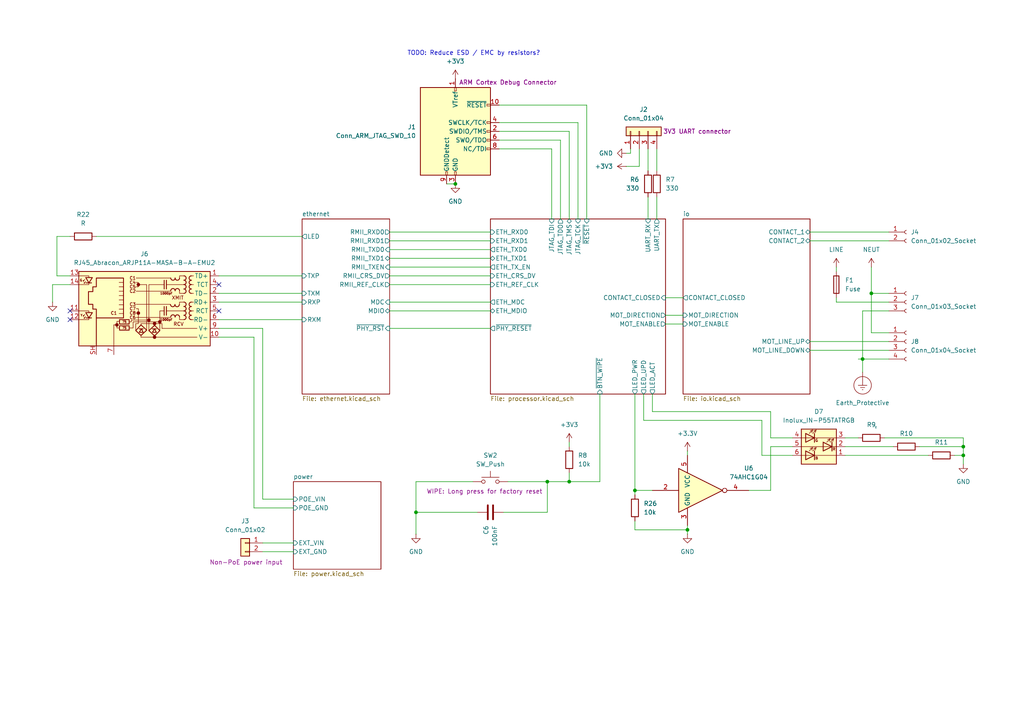
<source format=kicad_sch>
(kicad_sch (version 20250114) (generator "eeschema") (generator_version "9.0")
  (paper "A4")
  (title_block (title "iot-contact"))
  (lib_symbols
    (symbol "74xGxx:74AHC1G04"
      (property "Reference" "U" (at -2.54 3.81 0))
      (property "Value" "74AHC1G04" (at 0 -3.81 0))
      (symbol "74AHC1G04_0_1"
        (polyline (pts (xy -7.62 6.35) (xy -7.62 -6.35) (xy 5.08 0) (xy -7.62 6.35)) (stroke (width 0.254)) (fill (type background)))
      )
      (symbol "74AHC1G04_1_1"
        (pin input line (at -15.24 0 0) (length 7.62) (name "~") (number "2"))
        (pin power_in line (at -5.08 10.16 270) (length 5.08) (name "VCC") (number "5"))
        (pin power_in line (at -5.08 -10.16 90) (length 5.08) (name "GND") (number "3"))
        (pin output inverted (at 12.7 0 180) (length 7.62) (name "~") (number "4"))
      )
    )
    (symbol "Connector:Conn_01x02_Socket" (pin_names (offset 1.016) (hide yes))
      (property "Reference" "J" (at 0 2.54 0))
      (property "Value" "Conn_01x02_Socket" (at 0 -5.08 0))
      (symbol "Conn_01x02_Socket_1_1"
        (polyline (pts (xy -1.27 0) (xy -0.508 0)) (stroke (width 0.1524)))
        (polyline (pts (xy -1.27 -2.54) (xy -0.508 -2.54)) (stroke (width 0.1524)))
        (arc (start 0 -0.508) (mid -0.5058 0) (end 0 0.508) (stroke (width 0.1524)))
        (arc (start 0 -3.048) (mid -0.5058 -2.54) (end 0 -2.032) (stroke (width 0.1524)))
        (pin passive line (at -5.08 0 0) (length 3.81) (name "Pin_1") (number "1"))
        (pin passive line (at -5.08 -2.54 0) (length 3.81) (name "Pin_2") (number "2"))
      )
    )
    (symbol "Connector:Conn_01x03_Socket" (pin_names (offset 1.016) (hide yes))
      (property "Reference" "J" (at 0 5.08 0))
      (property "Value" "Conn_01x03_Socket" (at 0 -5.08 0))
      (symbol "Conn_01x03_Socket_1_1"
        (polyline (pts (xy -1.27 2.54) (xy -0.508 2.54)) (stroke (width 0.1524)))
        (polyline (pts (xy -1.27 0) (xy -0.508 0)) (stroke (width 0.1524)))
        (polyline (pts (xy -1.27 -2.54) (xy -0.508 -2.54)) (stroke (width 0.1524)))
        (arc (start 0 2.032) (mid -0.5058 2.54) (end 0 3.048) (stroke (width 0.1524)))
        (arc (start 0 -0.508) (mid -0.5058 0) (end 0 0.508) (stroke (width 0.1524)))
        (arc (start 0 -3.048) (mid -0.5058 -2.54) (end 0 -2.032) (stroke (width 0.1524)))
        (pin passive line (at -5.08 2.54 0) (length 3.81) (name "Pin_1") (number "1"))
        (pin passive line (at -5.08 0 0) (length 3.81) (name "Pin_2") (number "2"))
        (pin passive line (at -5.08 -2.54 0) (length 3.81) (name "Pin_3") (number "3"))
      )
    )
    (symbol "Connector:Conn_01x04_Socket" (pin_names (offset 1.016) (hide yes))
      (property "Reference" "J" (at 0 5.08 0))
      (property "Value" "Conn_01x04_Socket" (at 0 -7.62 0))
      (symbol "Conn_01x04_Socket_1_1"
        (polyline (pts (xy -1.27 2.54) (xy -0.508 2.54)) (stroke (width 0.1524)))
        (polyline (pts (xy -1.27 0) (xy -0.508 0)) (stroke (width 0.1524)))
        (polyline (pts (xy -1.27 -2.54) (xy -0.508 -2.54)) (stroke (width 0.1524)))
        (polyline (pts (xy -1.27 -5.08) (xy -0.508 -5.08)) (stroke (width 0.1524)))
        (arc (start 0 2.032) (mid -0.5058 2.54) (end 0 3.048) (stroke (width 0.1524)))
        (arc (start 0 -0.508) (mid -0.5058 0) (end 0 0.508) (stroke (width 0.1524)))
        (arc (start 0 -3.048) (mid -0.5058 -2.54) (end 0 -2.032) (stroke (width 0.1524)))
        (arc (start 0 -5.588) (mid -0.5058 -5.08) (end 0 -4.572) (stroke (width 0.1524)))
        (pin passive line (at -5.08 2.54 0) (length 3.81) (name "Pin_1") (number "1"))
        (pin passive line (at -5.08 0 0) (length 3.81) (name "Pin_2") (number "2"))
        (pin passive line (at -5.08 -2.54 0) (length 3.81) (name "Pin_3") (number "3"))
        (pin passive line (at -5.08 -5.08 0) (length 3.81) (name "Pin_4") (number "4"))
      )
    )
    (symbol "Connector:Conn_ARM_JTAG_SWD_10" (pin_names (offset 1.016))
      (property "Reference" "J" (at -2.54 16.51 0))
      (property "Value" "Conn_ARM_JTAG_SWD_10" (at -2.54 13.97 0))
      (symbol "Conn_ARM_JTAG_SWD_10_0_1"
        (rectangle (start -10.16 12.7) (end 10.16 -12.7) (stroke (width 0.254)) (fill (type background)))
        (rectangle (start -2.794 -12.7) (end -2.286 -11.684))
        (rectangle (start -0.254 12.7) (end 0.254 11.684))
        (rectangle (start -0.254 -12.7) (end 0.254 -11.684))
        (rectangle (start 9.144 2.286) (end 10.16 2.794))
        (rectangle (start 10.16 7.874) (end 9.144 7.366))
        (rectangle (start 10.16 -0.254) (end 9.144 0.254))
        (rectangle (start 10.16 -2.794) (end 9.144 -2.286))
      )
      (symbol "Conn_ARM_JTAG_SWD_10_1_1"
        (rectangle (start 9.144 -5.334) (end 10.16 -4.826))
        (pin no_connect line (at -10.16 0 0) (length 2.54) (hide yes) (name "KEY") (number "7"))
        (pin passive line (at -2.54 -15.24 90) (length 2.54) (name "GNDDetect") (number "9"))
        (pin power_in line (at 0 15.24 270) (length 2.54) (name "VTref") (number "1"))
        (pin power_in line (at 0 -15.24 90) (length 2.54) (name "GND") (number "3"))
        (pin passive line (at 0 -15.24 90) (length 2.54) (hide yes) (name "GND") (number "5"))
        (pin open_collector line (at 12.7 7.62 180) (length 2.54) (name "~{RESET}") (number "10"))
        (pin output line (at 12.7 2.54 180) (length 2.54) (name "SWCLK/TCK") (number "4"))
        (pin bidirectional line (at 12.7 0 180) (length 2.54) (name "SWDIO/TMS") (number "2"))
        (pin input line (at 12.7 -2.54 180) (length 2.54) (name "SWO/TDO") (number "6"))
        (pin output line (at 12.7 -5.08 180) (length 2.54) (name "NC/TDI") (number "8"))
      )
    )
    (symbol "Connector:RJ45_Abracon_ARJP11A-MASA-B-A-EMU2"
      (property "Reference" "J" (at 18.415 12.7 0))
      (property "Value" "RJ45_Abracon_ARJP11A-MASA-B-A-EMU2" (at -4.445 12.7 0))
      (symbol "RJ45_Abracon_ARJP11A-MASA-B-A-EMU2_0_0"
        (polyline (pts (xy -5.08 8.89) (xy -5.08 6.35)) (stroke (width 0.254)))
        (polyline (pts (xy -5.08 1.27) (xy -5.08 -1.27)) (stroke (width 0.254)))
        (polyline (pts (xy -4.445 8.89) (xy -4.445 6.35)) (stroke (width 0.254)))
        (polyline (pts (xy -4.445 1.27) (xy -4.445 -1.27)) (stroke (width 0.254)))
        (circle (center -3.175 -3.175) (radius 0.0001) (stroke (width 0.508)))
        (circle (center -1.651 -3.683) (radius 0.0001) (stroke (width 0.508)))
        (circle (center -1.651 -7.62) (radius 0.0001) (stroke (width 0.508)))
        (circle (center 0 -2.667) (radius 0.0001) (stroke (width 0.508)))
        (circle (center 3.048 7.62) (radius 0.0001) (stroke (width 0.508)))
        (circle (center 3.048 -0.635) (radius 0.0001) (stroke (width 0.508)))
        (polyline (pts (xy 3.683 8.255) (xy 3.048 8.255) (xy 3.048 6.985) (xy 3.683 6.985)))
        (polyline (pts (xy 3.683 0.635) (xy 3.048 0.635) (xy 3.048 -0.635) (xy 3.683 -0.635)))
        (polyline (pts (xy 8.636 -4.953) (xy 9.271 -4.953) (xy 9.271 -3.048) (xy 8.636 -3.048)))
        (polyline (pts (xy 9.271 -4.064) (xy 10.16 -4.064)))
        (circle (center 9.271 -4.064) (radius 0.0001) (stroke (width 0.508)))
        (polyline (pts (xy 17.399 9.652) (xy 17.399 10.16) (xy 20.32 10.16)))
        (polyline (pts (xy 17.399 -0.508) (xy 17.399 0) (xy 20.32 0)))
        (polyline (pts (xy 20.32 7.62) (xy 17.399 7.62) (xy 17.399 8.128)))
        (polyline (pts (xy 20.32 -2.54) (xy 17.399 -2.54) (xy 17.399 -2.032)))
        (text "XMIT" (at -10.16 3.81 0) (effects (font (size 1.016 1.016)) (justify left)))
        (text "RCV" (at -10.16 -3.81 0) (effects (font (size 1.016 1.016)) (justify left)))
        (text "C1" (at 4.699 9.525 0) (effects (font (size 0.889 0.889))))
        (text "C4" (at 4.699 8.255 0) (effects (font (size 0.889 0.889))))
        (text "C5" (at 4.699 6.985 0) (effects (font (size 0.889 0.889))))
        (text "C2" (at 4.699 5.715 0) (effects (font (size 0.889 0.889))))
        (text "C3" (at 4.699 1.905 0) (effects (font (size 0.889 0.889))))
        (text "C7" (at 4.699 0.635 0) (effects (font (size 0.889 0.889))))
        (text "C8" (at 4.699 -0.635 0) (effects (font (size 0.889 0.889))))
        (text "C6" (at 4.699 -1.905 0) (effects (font (size 0.889 0.889))))
        (text "C1" (at 10.16 -0.635 0) (effects (font (size 0.889 0.889))))
      )
      (symbol "RJ45_Abracon_ARJP11A-MASA-B-A-EMU2_0_1"
        (rectangle (start -17.78 11.43) (end 20.32 -10.16) (stroke (width 0.254)) (fill (type background)))
        (polyline (pts (xy -12.3163 10.16) (xy -12.9513 10.16)))
        (polyline (pts (xy -12.3163 7.62) (xy -12.9513 7.62)))
        (polyline (pts (xy -12.3163 5.08) (xy -12.9513 5.08)))
        (polyline (pts (xy -12.3163 2.54) (xy -12.9513 2.54)))
        (polyline (pts (xy -12.3163 0) (xy -12.9513 0)))
        (polyline (pts (xy -12.3163 -2.54) (xy -12.9513 -2.54)))
        (polyline (pts (xy -10.16 10.16) (xy -8.89 10.16) (xy -8.89 9.525)))
        (polyline (pts (xy -10.16 2.54) (xy -8.89 2.54) (xy -8.89 1.905)))
        (polyline (pts (xy -8.89 5.715) (xy -8.89 5.08) (xy -10.16 5.08)))
        (polyline (pts (xy -8.89 -1.905) (xy -8.89 -2.54) (xy -10.16 -2.54)))
        (polyline (pts (xy -6.35 9.525) (xy 3.683 9.525)))
        (polyline (pts (xy -6.35 5.715) (xy 3.683 5.715)))
        (polyline (pts (xy -6.35 -1.905) (xy 3.683 -1.905)))
        (polyline (pts (xy -6.223 1.905) (xy 3.683 1.905)))
        (polyline (pts (xy -5.08 7.62) (xy -10.16 7.62)))
        (polyline (pts (xy -5.08 0) (xy -10.16 0)))
        (polyline (pts (xy -4.445 7.62) (xy 0 7.62) (xy 0 -5.715)))
        (polyline (pts (xy -4.445 0) (xy -3.175 0) (xy -3.175 -5.715)))
        (polyline (pts (xy 7.366 5.715) (xy 8.636 5.715)))
        (polyline (pts (xy 7.366 4.445) (xy 8.636 4.445)))
        (polyline (pts (xy 7.366 3.175) (xy 8.636 3.175)))
        (polyline (pts (xy 7.366 1.778) (xy 8.636 1.778)))
        (polyline (pts (xy 7.366 0.508) (xy 8.636 0.508)))
        (polyline (pts (xy 8.636 8.255) (xy 7.366 8.255)))
        (polyline (pts (xy 8.636 6.985) (xy 7.366 6.985)))
        (polyline (pts (xy 8.636 -0.762) (xy 7.366 -0.762)))
      )
      (symbol "RJ45_Abracon_ARJP11A-MASA-B-A-EMU2_1_0"
        (text "1000pF" (at -5.08 5.08 0) (effects (font (size 0.635 0.635))))
        (text "1000pF" (at -5.08 -2.54 0) (effects (font (size 0.635 0.635))))
      )
      (symbol "RJ45_Abracon_ARJP11A-MASA-B-A-EMU2_1_1"
        (polyline (pts (xy -13.97 -5.08) (xy -3.81 -5.08)))
        (polyline (pts (xy -13.97 -7.62) (xy 2.286 -7.62)))
        (arc (start -12.3163 2.54) (mid -11.684 1.905) (end -12.3163 1.27) (stroke (width 0.254)))
        (arc (start -12.3136 10.16) (mid -11.6813 9.525) (end -12.3136 8.89) (stroke (width 0.254)))
        (arc (start -12.3136 1.27) (mid -11.6813 0.635) (end -12.3136 0) (stroke (width 0.254)))
        (arc (start -12.3136 0) (mid -11.6813 -0.635) (end -12.3136 -1.27) (stroke (width 0.254)))
        (arc (start -12.3136 -1.27) (mid -11.6813 -1.905) (end -12.3136 -2.54) (stroke (width 0.254)))
        (arc (start -12.3109 8.89) (mid -11.6786 8.255) (end -12.3109 7.62) (stroke (width 0.254)))
        (arc (start -12.3109 7.62) (mid -11.6786 6.985) (end -12.3109 6.35) (stroke (width 0.254)))
        (arc (start -12.3109 6.35) (mid -11.6786 5.715) (end -12.3109 5.08) (stroke (width 0.254)))
        (arc (start -10.1654 8.89) (mid -10.7977 9.525) (end -10.1654 10.16) (stroke (width 0.254)))
        (arc (start -10.1654 7.62) (mid -10.7977 8.255) (end -10.1654 8.89) (stroke (width 0.254)))
        (arc (start -10.1654 6.35) (mid -10.7977 6.985) (end -10.1654 7.62) (stroke (width 0.254)))
        (arc (start -10.1654 1.27) (mid -10.7977 1.905) (end -10.1654 2.54) (stroke (width 0.254)))
        (arc (start -10.1654 0) (mid -10.7977 0.635) (end -10.1654 1.27) (stroke (width 0.254)))
        (arc (start -10.1654 -1.27) (mid -10.7977 -0.635) (end -10.1654 0) (stroke (width 0.254)))
        (arc (start -10.1627 5.08) (mid -10.795 5.715) (end -10.1627 6.35) (stroke (width 0.254)))
        (arc (start -10.1627 -2.54) (mid -10.795 -1.905) (end -10.1627 -1.27) (stroke (width 0.254)))
        (arc (start -7.62 9.5223) (mid -8.255 8.89) (end -8.89 9.5223) (stroke (width 0.254)))
        (arc (start -8.89 5.8447) (mid -8.255 6.477) (end -7.62 5.8447) (stroke (width 0.254)))
        (arc (start -8.89 -1.7753) (mid -8.255 -1.143) (end -7.62 -1.7753) (stroke (width 0.254)))
        (arc (start -7.5565 1.8388) (mid -8.1915 1.2065) (end -8.8265 1.8388) (stroke (width 0.254)))
        (arc (start -6.35 9.525) (mid -6.985 8.8927) (end -7.62 9.525) (stroke (width 0.254)))
        (arc (start -7.62 5.8474) (mid -6.985 6.4797) (end -6.35 5.8474) (stroke (width 0.254)))
        (arc (start -7.62 -1.7726) (mid -6.985 -1.1403) (end -6.35 -1.7726) (stroke (width 0.254)))
        (arc (start -6.2865 1.8415) (mid -6.9215 1.2092) (end -7.5565 1.8415) (stroke (width 0.254)))
        (polyline (pts (xy -3.81 -5.08) (xy -3.81 -3.683) (xy -1.651 -3.683)))
        (polyline (pts (xy -2.159 -5.207) (xy -1.016 -5.207)) (stroke (width 0.254)))
        (polyline (pts (xy -2.159 -6.223) (xy -1.016 -6.223) (xy -1.651 -5.207) (xy -2.159 -6.223)) (stroke (width 0.254)))
        (polyline (pts (xy -1.905 -3.683) (xy -1.651 -3.683) (xy -1.651 -4.191)))
        (polyline (pts (xy -1.651 -3.683) (xy 2.286 -3.683) (xy 2.286 -4.064)))
        (polyline (pts (xy -1.651 -4.191) (xy -3.175 -5.715) (xy -1.651 -7.239) (xy 0 -5.715) (xy -1.651 -4.191)) (stroke (width 0.254)))
        (polyline (pts (xy -1.651 -7.239) (xy -1.651 -7.493)))
        (polyline (pts (xy 1.651 -5.207) (xy 2.794 -5.207)) (stroke (width 0.254)))
        (polyline (pts (xy 1.651 -6.223) (xy 2.794 -6.223) (xy 2.159 -5.207) (xy 1.651 -6.223)) (stroke (width 0.254)))
        (polyline (pts (xy 2.286 -4.064) (xy 0.635 -5.588) (xy 2.286 -7.112) (xy 3.81 -5.715) (xy 2.286 -4.064)) (stroke (width 0.254)))
        (polyline (pts (xy 2.286 -7.112) (xy 2.286 -7.62)))
        (polyline (pts (xy 3.048 7.62) (xy 0.635 7.62) (xy 0.635 -5.588)))
        (polyline (pts (xy 3.048 -0.508) (xy 3.048 -3.683) (xy 3.81 -3.683) (xy 3.81 -5.715)))
        (polyline (pts (xy 5.715 -3.175) (xy 5.08 -3.175) (xy 5.08 -2.667) (xy 0 -2.667)))
        (polyline (pts (xy 5.715 -4.953) (xy 4.572 -4.953) (xy 4.572 -3.175) (xy -3.175 -3.175)))
        (polyline (pts (xy 7.366 -2.032) (xy 7.366 9.525) (xy 15.24 9.525) (xy 15.24 6.985) (xy 16.256 6.985) (xy 16.256 5.588) (xy 17.526 5.588) (xy 17.526 1.905) (xy 16.256 1.905) (xy 16.256 0.508) (xy 15.24 0.508) (xy 15.24 -2.032) (xy 7.366 -2.032)) (stroke (width 0.254)))
        (rectangle (start 8.509 -3.81) (end 5.715 -2.54) (stroke (width 0.254)))
        (rectangle (start 8.509 -5.588) (end 5.715 -4.318) (stroke (width 0.254)))
        (polyline (pts (xy 10.16 -4.064) (xy 10.16 -10.16)))
        (polyline (pts (xy 15.24 -10.16) (xy 15.24 -2.032)) (stroke (width 0.254)))
        (polyline (pts (xy 18.161 8.128) (xy 16.637 8.128)) (stroke (width 0.254)))
        (polyline (pts (xy 18.161 -2.032) (xy 16.637 -2.032)) (stroke (width 0.254)))
        (polyline (pts (xy 18.288 9.652) (xy 16.383 9.652) (xy 17.399 8.128) (xy 18.288 9.652)) (stroke (width 0.254)))
        (polyline (pts (xy 18.288 8.509) (xy 18.796 8.001) (xy 18.542 8.001)))
        (polyline (pts (xy 18.288 -0.508) (xy 16.383 -0.508) (xy 17.399 -2.032) (xy 18.288 -0.508)) (stroke (width 0.254)))
        (polyline (pts (xy 18.288 -1.651) (xy 18.796 -2.159) (xy 18.542 -2.159)))
        (polyline (pts (xy 18.542 9.144) (xy 19.05 8.636) (xy 18.796 8.636)))
        (polyline (pts (xy 18.542 -1.016) (xy 19.05 -1.524) (xy 18.796 -1.524)))
        (polyline (pts (xy 18.796 8.001) (xy 18.796 8.255)))
        (polyline (pts (xy 18.796 -2.159) (xy 18.796 -1.905)))
        (polyline (pts (xy 19.05 8.636) (xy 19.05 8.89)))
        (polyline (pts (xy 19.05 -1.524) (xy 19.05 -1.27)))
        (text "75" (at 7.112 -3.175 0) (effects (font (size 0.635 0.635))))
        (text "75" (at 7.112 -4.953 0) (effects (font (size 0.635 0.635))))
        (text "Y" (at 19.558 -1.27 0) (effects (font (size 0.635 0.635))))
        (text "G" (at 19.685 8.89 0) (effects (font (size 0.635 0.635))))
        (pin passive line (at -20.32 10.16 0) (length 2.54) (name "TD+") (number "1"))
        (pin passive line (at -20.32 7.62 0) (length 2.54) (name "TCT") (number "4"))
        (pin passive line (at -20.32 5.08 0) (length 2.54) (name "TD-") (number "2"))
        (pin passive line (at -20.32 2.54 0) (length 2.54) (name "RD+") (number "3"))
        (pin passive line (at -20.32 0 0) (length 2.54) (name "RCT") (number "5"))
        (pin passive line (at -20.32 -2.54 0) (length 2.54) (name "RD-") (number "6"))
        (pin power_out line (at -20.32 -5.08 0) (length 2.54) (name "V+") (number "9"))
        (pin power_out line (at -20.32 -7.62 0) (length 2.54) (name "V-") (number "10"))
        (pin power_in line (at 10.16 -12.7 90) (length 2.54) (name "") (number "7"))
        (pin passive line (at 15.24 -12.7 90) (length 2.54) (name "") (number "SH"))
        (pin no_connect line (at 20.32 5.08 0) (length 0) (hide yes) (name "NC") (number "8"))
        (pin passive line (at 22.86 10.16 180) (length 2.54) (name "") (number "13"))
        (pin passive line (at 22.86 7.62 180) (length 2.54) (name "") (number "14"))
        (pin passive line (at 22.86 0 180) (length 2.54) (name "") (number "11"))
        (pin passive line (at 22.86 -2.54 180) (length 2.54) (name "") (number "12"))
      )
    )
    (symbol "Connector_Generic:Conn_01x02" (pin_names (offset 1.016) (hide yes))
      (property "Reference" "J" (at 0 2.54 0))
      (property "Value" "Conn_01x02" (at 0 -5.08 0))
      (symbol "Conn_01x02_1_1"
        (rectangle (start -1.27 1.27) (end 1.27 -3.81) (stroke (width 0.254)) (fill (type background)))
        (rectangle (start -1.27 0.127) (end 0 -0.127) (stroke (width 0.1524)))
        (rectangle (start -1.27 -2.413) (end 0 -2.667) (stroke (width 0.1524)))
        (pin passive line (at -5.08 0 0) (length 3.81) (name "Pin_1") (number "1"))
        (pin passive line (at -5.08 -2.54 0) (length 3.81) (name "Pin_2") (number "2"))
      )
    )
    (symbol "Connector_Generic:Conn_01x04" (pin_names (offset 1.016) (hide yes))
      (property "Reference" "J" (at 0 5.08 0))
      (property "Value" "Conn_01x04" (at 0 -7.62 0))
      (symbol "Conn_01x04_1_1"
        (rectangle (start -1.27 3.81) (end 1.27 -6.35) (stroke (width 0.254)) (fill (type background)))
        (rectangle (start -1.27 2.667) (end 0 2.413) (stroke (width 0.1524)))
        (rectangle (start -1.27 0.127) (end 0 -0.127) (stroke (width 0.1524)))
        (rectangle (start -1.27 -2.413) (end 0 -2.667) (stroke (width 0.1524)))
        (rectangle (start -1.27 -4.953) (end 0 -5.207) (stroke (width 0.1524)))
        (pin passive line (at -5.08 2.54 0) (length 3.81) (name "Pin_1") (number "1"))
        (pin passive line (at -5.08 0 0) (length 3.81) (name "Pin_2") (number "2"))
        (pin passive line (at -5.08 -2.54 0) (length 3.81) (name "Pin_3") (number "3"))
        (pin passive line (at -5.08 -5.08 0) (length 3.81) (name "Pin_4") (number "4"))
      )
    )
    (symbol "Device:C" (pin_numbers (hide yes)) (pin_names (offset 0.254))
      (property "Reference" "C" (at 0.635 2.54 0))
      (property "Value" "C" (at 0.635 -2.54 0))
      (symbol "C_0_1"
        (polyline (pts (xy -2.032 0.762) (xy 2.032 0.762)) (stroke (width 0.508)))
        (polyline (pts (xy -2.032 -0.762) (xy 2.032 -0.762)) (stroke (width 0.508)))
      )
      (symbol "C_1_1"
        (pin passive line (at 0 3.81 270) (length 2.794) (name "~") (number "1"))
        (pin passive line (at 0 -3.81 90) (length 2.794) (name "~") (number "2"))
      )
    )
    (symbol "Device:Fuse" (pin_numbers (hide yes)) (pin_names (offset 0))
      (property "Reference" "F" (at 2.032 0 90))
      (property "Value" "Fuse" (at -1.905 0 90))
      (symbol "Fuse_0_1"
        (rectangle (start -0.762 -2.54) (end 0.762 2.54) (stroke (width 0.254)))
        (polyline (pts (xy 0 2.54) (xy 0 -2.54)))
      )
      (symbol "Fuse_1_1"
        (pin passive line (at 0 3.81 270) (length 1.27) (name "~") (number "1"))
        (pin passive line (at 0 -3.81 90) (length 1.27) (name "~") (number "2"))
      )
    )
    (symbol "Device:R" (pin_numbers (hide yes)) (pin_names (offset 0))
      (property "Reference" "R" (at 2.032 0 90))
      (property "Value" "R" (at 0 0 90))
      (symbol "R_0_1"
        (rectangle (start -1.016 -2.54) (end 1.016 2.54) (stroke (width 0.254)))
      )
      (symbol "R_1_1"
        (pin passive line (at 0 3.81 270) (length 1.27) (name "~") (number "1"))
        (pin passive line (at 0 -3.81 90) (length 1.27) (name "~") (number "2"))
      )
    )
    (symbol "LED:Inolux_IN-P55TATRGB" (pin_names (hide yes))
      (property "Reference" "D" (at -5.08 6.35 0))
      (property "Value" "Inolux_IN-P55TATRGB" (at -5.08 -6.35 0))
      (symbol "Inolux_IN-P55TATRGB_0_0"
        (text "B" (at -0.635 -3.3274 0) (effects (font (size 0.762 0.762))))
      )
      (symbol "Inolux_IN-P55TATRGB_0_1"
        (rectangle (start -5.08 5.08) (end 5.08 -5.08) (stroke (width 0.254)) (fill (type background)))
        (polyline (pts (xy -5.08 2.54) (xy 5.08 2.54)))
        (polyline (pts (xy -5.08 0) (xy 5.08 0)))
        (polyline (pts (xy -5.08 -2.54) (xy 5.08 -2.54)))
        (polyline (pts (xy -3.81 3.81) (xy -3.81 1.27) (xy -1.27 2.54) (xy -3.81 3.81)) (stroke (width 0.254)))
        (polyline (pts (xy -3.81 -1.27) (xy -3.81 -3.81) (xy -1.27 -2.54) (xy -3.81 -1.27)) (stroke (width 0.254)))
        (polyline (pts (xy -2.794 3.81) (xy -1.778 4.826)))
        (polyline (pts (xy -2.794 -1.27) (xy -1.778 -0.254)))
        (polyline (pts (xy -2.54 4.572) (xy -1.778 4.826) (xy -2.032 4.064)))
        (polyline (pts (xy -2.032 -1.016) (xy -1.778 -0.254) (xy -2.54 -0.508)))
        (polyline (pts (xy -1.778 3.81) (xy -0.762 4.826)))
        (polyline (pts (xy -1.778 -1.27) (xy -0.762 -0.254)))
        (polyline (pts (xy -1.524 4.572) (xy -0.762 4.826) (xy -1.016 4.064)))
        (polyline (pts (xy -1.524 -0.508) (xy -0.762 -0.254) (xy -1.016 -1.016)))
        (polyline (pts (xy -1.27 3.81) (xy -1.27 1.27)) (stroke (width 0.254)))
        (polyline (pts (xy -1.27 -1.27) (xy -1.27 -3.81)) (stroke (width 0.254)))
        (polyline (pts (xy 1.27 1.27) (xy 1.27 -1.27) (xy 3.81 0) (xy 1.27 1.27)) (stroke (width 0.254)))
        (polyline (pts (xy 2.286 1.27) (xy 3.302 2.286)))
        (polyline (pts (xy 3.048 1.524) (xy 3.302 2.286) (xy 2.54 2.032)))
        (polyline (pts (xy 3.302 1.27) (xy 4.318 2.286)))
        (polyline (pts (xy 3.556 2.032) (xy 4.318 2.286) (xy 4.064 1.524)))
        (polyline (pts (xy 3.81 1.27) (xy 3.81 -1.27)) (stroke (width 0.254)))
      )
      (symbol "Inolux_IN-P55TATRGB_1_0"
        (text "G" (at -0.635 1.8034 0) (effects (font (size 0.762 0.762))))
        (text "R" (at 4.4196 -0.7112 0) (effects (font (size 0.762 0.762))))
      )
      (symbol "Inolux_IN-P55TATRGB_1_1"
        (pin passive line (at -7.62 2.54 0) (length 2.54) (name "AG") (number "4"))
        (pin passive line (at -7.62 0 0) (length 2.54) (name "AR") (number "5"))
        (pin passive line (at -7.62 -2.54 0) (length 2.54) (name "AB") (number "6"))
        (pin passive line (at 7.62 2.54 180) (length 2.54) (name "KG") (number "3"))
        (pin passive line (at 7.62 0 180) (length 2.54) (name "KR") (number "2"))
        (pin passive line (at 7.62 -2.54 180) (length 2.54) (name "KB") (number "1"))
      )
    )
    (symbol "Switch:SW_Push" (pin_numbers (hide yes)) (pin_names (offset 1.016) (hide yes))
      (property "Reference" "SW" (at 1.27 2.54 0))
      (property "Value" "SW_Push" (at 0 -1.524 0))
      (symbol "SW_Push_0_1"
        (circle (center -2.032 0) (radius 0.508))
        (polyline (pts (xy 0 1.27) (xy 0 3.048)))
        (circle (center 2.032 0) (radius 0.508))
        (polyline (pts (xy 2.54 1.27) (xy -2.54 1.27)))
        (pin passive line (at -5.08 0 0) (length 2.54) (name "1") (number "1"))
        (pin passive line (at 5.08 0 180) (length 2.54) (name "2") (number "2"))
      )
    )
    (symbol "power:+3.3V" (power) (pin_numbers (hide yes)) (pin_names (offset 0) (hide yes))
      (property "Value" "+3.3V" (at 0 3.556 0))
      (symbol "+3.3V_0_1"
        (polyline (pts (xy -0.762 1.27) (xy 0 2.54)))
        (polyline (pts (xy 0 2.54) (xy 0.762 1.27)))
        (polyline (pts (xy 0 0) (xy 0 2.54)))
      )
      (symbol "+3.3V_1_1"
        (pin power_in line (at 0 0 90) (length 0) (name "~") (number "1"))
      )
    )
    (symbol "power:+3V3" (power) (pin_numbers (hide yes)) (pin_names (offset 0) (hide yes))
      (property "Value" "+3V3" (at 0 3.556 0))
      (symbol "+3V3_0_1"
        (polyline (pts (xy -0.762 1.27) (xy 0 2.54)))
        (polyline (pts (xy 0 2.54) (xy 0.762 1.27)))
        (polyline (pts (xy 0 0) (xy 0 2.54)))
      )
      (symbol "+3V3_1_1"
        (pin power_in line (at 0 0 90) (length 0) (name "~") (number "1"))
      )
    )
    (symbol "power:Earth_Protective" (power) (pin_numbers (hide yes)) (pin_names (offset 0) (hide yes))
      (property "Value" "Earth_Protective" (at 0 -7.62 0))
      (symbol "Earth_Protective_0_1"
        (polyline (pts (xy -0.635 -4.445) (xy 0.635 -4.445)))
        (polyline (pts (xy -0.127 -5.08) (xy 0.127 -5.08)))
        (polyline (pts (xy 0 -3.81) (xy 0 0)))
        (circle (center 0 -3.81) (radius 2.54))
        (polyline (pts (xy 1.27 -3.81) (xy -1.27 -3.81)))
      )
      (symbol "Earth_Protective_1_1"
        (pin power_in line (at 0 0 270) (length 0) (name "~") (number "1"))
      )
    )
    (symbol "power:GND" (power) (pin_numbers (hide yes)) (pin_names (offset 0) (hide yes))
      (property "Value" "GND" (at 0 -3.81 0))
      (symbol "GND_0_1"
        (polyline (pts (xy 0 0) (xy 0 -1.27) (xy 1.27 -1.27) (xy 0 -2.54) (xy -1.27 -1.27) (xy 0 -1.27)))
      )
      (symbol "GND_1_1"
        (pin power_in line (at 0 0 270) (length 0) (name "~") (number "1"))
      )
    )
    (symbol "power:LINE" (power) (pin_numbers (hide yes)) (pin_names (offset 0) (hide yes))
      (property "Value" "LINE" (at 0 3.556 0))
      (symbol "LINE_0_1"
        (polyline (pts (xy -0.762 1.27) (xy 0 2.54)))
        (polyline (pts (xy 0 2.54) (xy 0.762 1.27)))
        (polyline (pts (xy 0 0) (xy 0 2.54)))
      )
      (symbol "LINE_1_1"
        (pin power_in line (at 0 0 90) (length 0) (name "~") (number "1"))
      )
    )
    (symbol "power:NEUT" (power) (pin_numbers (hide yes)) (pin_names (offset 0) (hide yes))
      (property "Value" "NEUT" (at 0 3.556 0))
      (symbol "NEUT_0_1"
        (polyline (pts (xy -0.762 1.27) (xy 0 2.54)))
        (polyline (pts (xy 0 2.54) (xy 0.762 1.27)))
        (polyline (pts (xy 0 0) (xy 0 2.54)))
      )
      (symbol "NEUT_1_1"
        (pin power_in line (at 0 0 90) (length 0) (name "~") (number "1"))
      )
    )
  )
  (text "TODO: Reduce ESD / EMC by resistors?" (at 137.414 15.494 0) (effects (font (size 1.27 1.27))))
  (junction (at 199.39 153.67))
  (junction (at 120.65 148.59))
  (junction (at 250.19 104.14))
  (junction (at 279.4 129.54))
  (junction (at 165.1 139.7))
  (junction (at 184.15 142.24))
  (junction (at 158.75 139.7))
  (junction (at 279.4 132.08))
  (junction (at 252.73 85.09))
  (junction (at 132.08 53.34))
  (no_connect (at 63.5 90.17))
  (no_connect (at 63.5 82.55))
  (no_connect (at 20.32 90.17))
  (no_connect (at 20.32 92.71))
  (wire (pts (xy 162.56 40.64) (xy 162.56 63.5)))
  (wire (pts (xy 184.15 142.24) (xy 189.23 142.24)))
  (wire (pts (xy 190.5 57.15) (xy 190.5 63.5)))
  (wire (pts (xy 220.98 121.92) (xy 220.98 132.08)))
  (wire (pts (xy 120.65 139.7) (xy 137.16 139.7)))
  (wire (pts (xy 120.65 139.7) (xy 120.65 148.59)))
  (wire (pts (xy 234.95 99.06) (xy 257.81 99.06)))
  (wire (pts (xy 257.81 96.52) (xy 252.73 96.52)))
  (wire (pts (xy 113.03 69.85) (xy 142.24 69.85)))
  (wire (pts (xy 217.17 142.24) (xy 223.52 142.24)))
  (wire (pts (xy 223.52 127) (xy 229.87 127)))
  (wire (pts (xy 250.19 104.14) (xy 248.92 104.14)))
  (wire (pts (xy 234.95 67.31) (xy 257.81 67.31)))
  (wire (pts (xy 113.03 74.93) (xy 142.24 74.93)))
  (wire (pts (xy 266.7 129.54) (xy 279.4 129.54)))
  (wire (pts (xy 185.42 48.26) (xy 181.61 48.26)))
  (wire (pts (xy 158.75 148.59) (xy 158.75 139.7)))
  (wire (pts (xy 245.11 127) (xy 248.92 127)))
  (wire (pts (xy 199.39 153.67) (xy 199.39 154.94)))
  (wire (pts (xy 147.32 139.7) (xy 158.75 139.7)))
  (wire (pts (xy 113.03 95.25) (xy 142.24 95.25)))
  (wire (pts (xy 220.98 132.08) (xy 229.87 132.08)))
  (wire (pts (xy 279.4 132.08) (xy 279.4 134.62)))
  (wire (pts (xy 20.32 82.55) (xy 15.24 82.55)))
  (wire (pts (xy 144.78 35.56) (xy 167.64 35.56)))
  (wire (pts (xy 165.1 139.7) (xy 158.75 139.7)))
  (wire (pts (xy 193.04 86.36) (xy 198.12 86.36)))
  (wire (pts (xy 144.78 30.48) (xy 170.18 30.48)))
  (wire (pts (xy 223.52 129.54) (xy 229.87 129.54)))
  (wire (pts (xy 170.18 30.48) (xy 170.18 63.5)))
  (wire (pts (xy 16.51 68.58) (xy 16.51 80.01)))
  (wire (pts (xy 173.99 114.3) (xy 173.99 139.7)))
  (wire (pts (xy 27.94 68.58) (xy 87.63 68.58)))
  (wire (pts (xy 184.15 142.24) (xy 184.15 143.51)))
  (wire (pts (xy 184.15 114.3) (xy 184.15 142.24)))
  (wire (pts (xy 113.03 77.47) (xy 142.24 77.47)))
  (wire (pts (xy 223.52 119.38) (xy 223.52 127)))
  (wire (pts (xy 234.95 69.85) (xy 257.81 69.85)))
  (wire (pts (xy 186.69 114.3) (xy 186.69 121.92)))
  (wire (pts (xy 129.54 53.34) (xy 132.08 53.34)))
  (wire (pts (xy 189.23 119.38) (xy 223.52 119.38)))
  (wire (pts (xy 16.51 80.01) (xy 20.32 80.01)))
  (wire (pts (xy 144.78 40.64) (xy 162.56 40.64)))
  (wire (pts (xy 279.4 129.54) (xy 279.4 132.08)))
  (wire (pts (xy 73.66 97.79) (xy 73.66 147.32)))
  (wire (pts (xy 184.15 153.67) (xy 199.39 153.67)))
  (wire (pts (xy 276.86 132.08) (xy 279.4 132.08)))
  (wire (pts (xy 181.61 44.45) (xy 182.88 44.45)))
  (wire (pts (xy 252.73 85.09) (xy 257.81 85.09)))
  (wire (pts (xy 199.39 152.4) (xy 199.39 153.67)))
  (wire (pts (xy 187.96 57.15) (xy 187.96 63.5)))
  (wire (pts (xy 63.5 95.25) (xy 76.2 95.25)))
  (wire (pts (xy 63.5 92.71) (xy 87.63 92.71)))
  (wire (pts (xy 189.23 114.3) (xy 189.23 119.38)))
  (wire (pts (xy 242.57 77.47) (xy 242.57 78.74)))
  (wire (pts (xy 250.19 104.14) (xy 250.19 90.17)))
  (wire (pts (xy 185.42 43.18) (xy 185.42 48.26)))
  (wire (pts (xy 252.73 85.09) (xy 252.73 96.52)))
  (wire (pts (xy 144.78 43.18) (xy 160.02 43.18)))
  (wire (pts (xy 223.52 142.24) (xy 223.52 129.54)))
  (wire (pts (xy 165.1 128.27) (xy 165.1 129.54)))
  (wire (pts (xy 187.96 43.18) (xy 187.96 49.53)))
  (wire (pts (xy 165.1 137.16) (xy 165.1 139.7)))
  (wire (pts (xy 182.88 44.45) (xy 182.88 43.18)))
  (wire (pts (xy 120.65 148.59) (xy 120.65 154.94)))
  (wire (pts (xy 76.2 160.02) (xy 85.09 160.02)))
  (wire (pts (xy 165.1 38.1) (xy 165.1 63.5)))
  (wire (pts (xy 113.03 67.31) (xy 142.24 67.31)))
  (wire (pts (xy 256.54 127) (xy 279.4 127)))
  (wire (pts (xy 63.5 97.79) (xy 73.66 97.79)))
  (wire (pts (xy 190.5 43.18) (xy 190.5 49.53)))
  (wire (pts (xy 193.04 91.44) (xy 198.12 91.44)))
  (wire (pts (xy 76.2 144.78) (xy 85.09 144.78)))
  (wire (pts (xy 113.03 80.01) (xy 142.24 80.01)))
  (wire (pts (xy 173.99 139.7) (xy 165.1 139.7)))
  (wire (pts (xy 167.64 35.56) (xy 167.64 63.5)))
  (wire (pts (xy 63.5 80.01) (xy 87.63 80.01)))
  (wire (pts (xy 184.15 151.13) (xy 184.15 153.67)))
  (wire (pts (xy 250.19 104.14) (xy 257.81 104.14)))
  (wire (pts (xy 250.19 107.95) (xy 250.19 104.14)))
  (wire (pts (xy 113.03 87.63) (xy 142.24 87.63)))
  (wire (pts (xy 113.03 90.17) (xy 142.24 90.17)))
  (wire (pts (xy 144.78 38.1) (xy 165.1 38.1)))
  (wire (pts (xy 250.19 90.17) (xy 257.81 90.17)))
  (wire (pts (xy 252.73 77.47) (xy 252.73 85.09)))
  (wire (pts (xy 160.02 43.18) (xy 160.02 63.5)))
  (wire (pts (xy 242.57 86.36) (xy 242.57 87.63)))
  (wire (pts (xy 76.2 157.48) (xy 85.09 157.48)))
  (wire (pts (xy 113.03 82.55) (xy 142.24 82.55)))
  (wire (pts (xy 186.69 121.92) (xy 220.98 121.92)))
  (wire (pts (xy 245.11 129.54) (xy 259.08 129.54)))
  (wire (pts (xy 193.04 93.98) (xy 198.12 93.98)))
  (wire (pts (xy 73.66 147.32) (xy 85.09 147.32)))
  (wire (pts (xy 234.95 101.6) (xy 257.81 101.6)))
  (wire (pts (xy 279.4 127) (xy 279.4 129.54)))
  (wire (pts (xy 199.39 130.81) (xy 199.39 132.08)))
  (wire (pts (xy 20.32 68.58) (xy 16.51 68.58)))
  (wire (pts (xy 146.05 148.59) (xy 158.75 148.59)))
  (wire (pts (xy 113.03 72.39) (xy 142.24 72.39)))
  (wire (pts (xy 242.57 87.63) (xy 257.81 87.63)))
  (wire (pts (xy 15.24 82.55) (xy 15.24 87.63)))
  (wire (pts (xy 76.2 95.25) (xy 76.2 144.78)))
  (wire (pts (xy 138.43 148.59) (xy 120.65 148.59)))
  (wire (pts (xy 63.5 85.09) (xy 87.63 85.09)))
  (wire (pts (xy 245.11 132.08) (xy 269.24 132.08)))
  (wire (pts (xy 63.5 87.63) (xy 87.63 87.63)))
  (symbol (lib_id "Device:R") (at 273.05 132.08 270) (unit 1)
    (property "Reference" "R11" (at 273.05 128.27 90))
    (property "Description" "Resistor" (effects (hide yes)))
  )
  (symbol (lib_id "Connector:RJ45_Abracon_ARJP11A-MASA-B-A-EMU2") (at 43.18 90.17 0) (mirror y) (unit 1)
    (property "Reference" "J6" (at 41.91 73.66 0))
    (property "Value" "RJ45_Abracon_ARJP11A-MASA-B-A-EMU2" (at 41.91 76.2 0))
    (property "Footprint" "Connector_RJ:RJ45_Abracon_ARJP11A-MA_Horizontal" (effects (hide yes)))
    (property "Datasheet" "https://abracon.com/Magnetics/lan/ARJP11A.PDF" (effects (hide yes)))
    (property "Description" "RJ45 PoE 10/100 Base-TX Jack with Magnetic Module" (effects (hide yes)))
  )
  (symbol (lib_id "Connector:Conn_01x04_Socket") (at 262.89 99.06 0) (unit 1)
    (property "Reference" "J8" (at 264.16 99.0599 0) (effects (justify left)))
    (property "Value" "Conn_01x04_Socket" (at 264.16 101.5999 0) (effects (justify left)))
    (property "Footprint" "TerminalBlock_WAGO:TerminalBlock_WAGO_236-404_1x04_P5.00mm_45Degree" (effects (hide yes)))
    (property "Description" "Generic connector, single row, 01x04, script generated" (effects (hide yes)))
  )
  (symbol (lib_id "Device:R") (at 190.5 53.34 0) (unit 1)
    (property "Reference" "R7" (at 193.04 52.0699 0) (effects (justify left)))
    (property "Value" "330" (at 193.04 54.6099 0) (effects (justify left)))
    (property "Description" "Resistor" (effects (hide yes)))
  )
  (symbol (lib_id "Switch:SW_Push") (at 142.24 139.7 0) (mirror y) (unit 1)
    (property "Reference" "SW2" (at 142.24 132.08 0))
    (property "Value" "SW_Push" (at 142.24 134.62 0))
    (property "Footprint" "Button_Switch_SMD:SW_SPST_TL3305B" (effects (hide yes)))
    (property "Datasheet" "https://www.e-switch.com/wp-content/uploads/2024/08/TL3305.pdf" (effects (hide yes)))
    (property "Description" "WIPE: Long press for factory reset" (at 123.698 142.494 0) (effects (justify right)))
    (property "MPN" "TL3305BF260QG" (effects (hide yes)))
    (property "Manufacturer" "E-Switch" (effects (hide yes)))
  )
  (symbol (lib_id "Connector_Generic:Conn_01x04") (at 185.42 38.1 90) (unit 1)
    (property "Reference" "J2" (at 186.69 31.75 90))
    (property "Value" "Conn_01x04" (at 186.69 34.29 90))
    (property "Footprint" "Connector_PinHeader_2.54mm:PinHeader_1x04_P2.54mm_Vertical" (effects (hide yes)))
    (property "Description" "3V3 UART connector" (at 202.184 38.1 90))
  )
  (symbol (lib_id "LED:Inolux_IN-P55TATRGB") (at 237.49 129.54 0) (unit 1)
    (property "Reference" "D7" (at 237.49 119.38 0))
    (property "Value" "Inolux_IN-P55TATRGB" (at 237.49 121.92 0))
    (property "Footprint" "LED_SMD:LED_Inolux_IN-P55TATRGB_PLCC6_5.0x5.5mm_P1.8mm" (effects (hide yes)))
    (property "Datasheet" "https://www.inolux-corp.com/datasheet/SMDLED/RGB%20Top%20View/IN-P55TATRGB.pdf" (effects (hide yes)))
    (property "Description" "Inolux RGB LED, PLCC-6" (effects (hide yes)))
  )
  (symbol (lib_id "74xGxx:74AHC1G04") (at 204.47 142.24 0) (unit 1)
    (property "Reference" "U6" (at 217.17 135.8198 0))
    (property "Value" "74AHC1G04" (at 217.17 138.3598 0))
    (property "Datasheet" "http://www.ti.com/lit/sg/scyt129e/scyt129e.pdf" (effects (hide yes)))
    (property "Description" "Single NOT Gate, Low-Voltage CMOS" (effects (hide yes)))
  )
  (symbol (lib_id "Connector:Conn_01x03_Socket") (at 262.89 87.63 0) (unit 1)
    (property "Reference" "J7" (at 264.16 86.3599 0) (effects (justify left)))
    (property "Value" "Conn_01x03_Socket" (at 264.16 88.8999 0) (effects (justify left)))
    (property "Footprint" "TerminalBlock_WAGO:TerminalBlock_WAGO_236-403_1x03_P5.00mm_45Degree" (effects (hide yes)))
    (property "Description" "Generic connector, single row, 01x03, script generated" (effects (hide yes)))
  )
  (symbol (lib_id "power:GND") (at 199.39 154.94 0) (unit 1)
    (property "Reference" "#PWR039" (effects (hide yes)))
    (property "Value" "GND" (at 199.39 160.02 0))
    (property "Description" "Power symbol creates a global label with name \"GND\" , ground" (effects (hide yes)))
  )
  (symbol (lib_id "Device:R") (at 165.1 133.35 0) (unit 1)
    (property "Reference" "R8" (at 167.64 132.0799 0) (effects (justify left)))
    (property "Value" "10k" (at 167.64 134.6199 0) (effects (justify left)))
    (property "Description" "Resistor" (effects (hide yes)))
  )
  (symbol (lib_id "power:NEUT") (at 252.73 77.47 0) (unit 1)
    (property "Reference" "#PWR027" (effects (hide yes)))
    (property "Value" "NEUT" (at 252.73 72.39 0))
    (property "Description" "Power symbol creates a global label with name \"NEUT\"" (effects (hide yes)))
  )
  (symbol (lib_id "Connector:Conn_ARM_JTAG_SWD_10") (at 132.08 38.1 0) (unit 1)
    (property "Reference" "J1" (at 120.65 36.8299 0) (effects (justify right)))
    (property "Value" "Conn_ARM_JTAG_SWD_10" (at 120.65 39.3699 0) (effects (justify right)))
    (property "Datasheet" "https://mm.digikey.com/Volume0/opasdata/d220001/medias/docus/6209/ftsh-1xx-xx-xxx-dv-xxx-xxx-x-xx-mkt.pdf" (effects (hide yes)))
    (property "Description" "ARM Cortex Debug Connector" (at 147.32 23.876 0))
    (property "MPN" "FTSH-105-01-L-DV-007-K-TR" (effects (hide yes)))
    (property "Manufacturer" "samtec" (effects (hide yes)))
  )
  (symbol (lib_id "power:+3.3V") (at 199.39 130.81 0) (unit 1)
    (property "Reference" "#PWR040" (effects (hide yes)))
    (property "Value" "+3.3V" (at 199.39 125.73 0))
    (property "Description" "Power symbol creates a global label with name \"+3.3V\"" (effects (hide yes)))
  )
  (symbol (lib_id "Device:Fuse") (at 242.57 82.55 0) (unit 1)
    (property "Reference" "F1" (at 245.11 81.2799 0) (effects (justify left)))
    (property "Value" "Fuse" (at 245.11 83.8199 0) (effects (justify left)))
    (property "Description" "Fuse" (effects (hide yes)))
  )
  (symbol (lib_id "Connector_Generic:Conn_01x02") (at 71.12 157.48 0) (mirror y) (unit 1)
    (property "Reference" "J3" (at 71.12 151.13 0))
    (property "Value" "Conn_01x02" (at 71.12 153.67 0))
    (property "Footprint" "Connector_PinHeader_2.54mm:PinHeader_1x02_P2.54mm_Vertical" (effects (hide yes)))
    (property "Description" "Non-PoE power input" (at 71.374 163.068 0))
  )
  (symbol (lib_id "power:GND") (at 120.65 154.94 0) (unit 1)
    (property "Reference" "#PWR04" (effects (hide yes)))
    (property "Value" "GND" (at 120.65 160.02 0))
    (property "Description" "Power symbol creates a global label with name \"GND\" , ground" (effects (hide yes)))
  )
  (symbol (lib_id "power:+3V3") (at 181.61 48.26 90) (unit 1)
    (property "Reference" "#PWR06" (effects (hide yes)))
    (property "Value" "+3V3" (at 177.8 48.2599 90) (effects (justify left)))
    (property "Description" "Power symbol creates a global label with name \"+3V3\"" (effects (hide yes)))
  )
  (symbol (lib_id "power:+3V3") (at 165.1 128.27 0) (unit 1)
    (property "Reference" "#PWR013" (effects (hide yes)))
    (property "Value" "+3V3" (at 165.1 123.19 0))
    (property "Description" "Power symbol creates a global label with name \"+3V3\"" (effects (hide yes)))
  )
  (symbol (lib_id "Device:R") (at 252.73 127 90) (unit 1)
    (property "Reference" "R9" (at 252.73 123.19 90))
    (property "Value" "~" (at 253.9999 124.46 0) (effects (justify left)))
    (property "Description" "Resistor" (effects (hide yes)))
  )
  (symbol (lib_id "Device:R") (at 187.96 53.34 0) (mirror y) (unit 1)
    (property "Reference" "R6" (at 185.42 52.0699 0) (effects (justify left)))
    (property "Value" "330" (at 185.42 54.6099 0) (effects (justify left)))
    (property "Description" "Resistor" (effects (hide yes)))
  )
  (symbol (lib_id "power:GND") (at 132.08 53.34 0) (unit 1)
    (property "Reference" "#PWR02" (effects (hide yes)))
    (property "Value" "GND" (at 132.08 58.42 0))
    (property "Description" "Power symbol creates a global label with name \"GND\" , ground" (effects (hide yes)))
  )
  (symbol (lib_id "Device:R") (at 184.15 147.32 0) (unit 1)
    (property "Reference" "R26" (at 186.69 146.0499 0) (effects (justify left)))
    (property "Value" "10k" (at 186.69 148.5899 0) (effects (justify left)))
    (property "Description" "Resistor" (effects (hide yes)))
  )
  (symbol (lib_id "power:GND") (at 279.4 134.62 0) (unit 1)
    (property "Reference" "#PWR03" (effects (hide yes)))
    (property "Value" "GND" (at 279.4 139.7 0))
    (property "Description" "Power symbol creates a global label with name \"GND\" , ground" (effects (hide yes)))
  )
  (symbol (lib_id "power:Earth_Protective") (at 250.19 107.95 0) (unit 1)
    (property "Reference" "#PWR028" (effects (hide yes)))
    (property "Value" "Earth_Protective" (at 250.19 116.84 0))
    (property "Description" "Power symbol creates a global label with name \"Earth_Protective\"" (effects (hide yes)))
  )
  (symbol (lib_id "Connector:Conn_01x02_Socket") (at 262.89 67.31 0) (unit 1)
    (property "Reference" "J4" (at 264.16 67.3099 0) (effects (justify left)))
    (property "Value" "Conn_01x02_Socket" (at 264.16 69.8499 0) (effects (justify left)))
    (property "Footprint" "TerminalBlock_WAGO:TerminalBlock_WAGO_236-402_1x02_P5.00mm_45Degree" (effects (hide yes)))
    (property "Description" "Generic connector, single row, 01x02, script generated" (effects (hide yes)))
  )
  (symbol (lib_id "power:GND") (at 181.61 44.45 270) (unit 1)
    (property "Reference" "#PWR05" (effects (hide yes)))
    (property "Value" "GND" (at 177.8 44.4499 90) (effects (justify right)))
    (property "Description" "Power symbol creates a global label with name \"GND\" , ground" (effects (hide yes)))
  )
  (symbol (lib_id "Device:C") (at 142.24 148.59 90) (mirror x) (unit 1)
    (property "Reference" "C6" (at 140.9699 152.4 0) (effects (justify left)))
    (property "Value" "100nF" (at 143.5099 152.4 0) (effects (justify left)))
    (property "Description" "Unpolarized capacitor" (effects (hide yes)))
  )
  (symbol (lib_id "power:GND") (at 15.24 87.63 0) (unit 1)
    (property "Reference" "#PWR08" (effects (hide yes)))
    (property "Value" "GND" (at 15.24 92.71 0))
    (property "Description" "Power symbol creates a global label with name \"GND\" , ground" (effects (hide yes)))
  )
  (symbol (lib_id "power:LINE") (at 242.57 77.47 0) (unit 1)
    (property "Reference" "#PWR029" (effects (hide yes)))
    (property "Value" "LINE" (at 242.57 72.39 0))
    (property "Description" "Power symbol creates a global label with name \"LINE\"" (effects (hide yes)))
  )
  (symbol (lib_id "Device:R") (at 24.13 68.58 90) (unit 1)
    (property "Reference" "R22" (at 24.13 62.23 90))
    (property "Value" "R" (at 24.13 64.77 90))
    (property "Description" "Resistor" (effects (hide yes)))
  )
  (symbol (lib_id "Device:R") (at 262.89 129.54 90) (unit 1)
    (property "Reference" "R10" (at 262.89 125.73 90))
    (property "Description" "Resistor" (effects (hide yes)))
  )
  (symbol (lib_id "power:+3V3") (at 132.08 22.86 0) (unit 1)
    (property "Reference" "#PWR01" (effects (hide yes)))
    (property "Value" "+3V3" (at 132.08 17.78 0))
    (property "Description" "Power symbol creates a global label with name \"+3V3\"" (effects (hide yes)))
  )
  (sheet (at 87.63 63.5) (size 25.4 50.8) (stroke (width 0.1524))
    (property "Sheetname" "ethernet" (at 87.63 62.7884 0) (effects (justify left bottom)))
    (property "Sheetfile" "ethernet.kicad_sch" (at 87.63 114.8846 0) (effects (justify left top)))
    (pin "RMII_RXD0" output (at 113.03 67.31 0))
    (pin "RMII_RXD1" output (at 113.03 69.85 0))
    (pin "RMII_TXD0" input (at 113.03 72.39 0))
    (pin "RMII_TXD1" bidirectional (at 113.03 74.93 0))
    (pin "RMII_TXEN" input (at 113.03 77.47 0))
    (pin "~{PHY_RST}" input (at 113.03 95.25 0))
    (pin "RMII_CRS_DV" output (at 113.03 80.01 0))
    (pin "RMII_REF_CLK" output (at 113.03 82.55 0))
    (pin "MDC" input (at 113.03 87.63 0))
    (pin "MDIO" bidirectional (at 113.03 90.17 0))
    (pin "LED" output (at 87.63 68.58 180))
    (pin "RXM" input (at 87.63 92.71 180))
    (pin "RXP" input (at 87.63 87.63 180))
    (pin "TXM" input (at 87.63 85.09 180))
    (pin "TXP" input (at 87.63 80.01 180))
  )
  (sheet (at 198.12 63.5) (size 36.83 50.8) (stroke (width 0.1524))
    (property "Sheetname" "io" (at 198.12 62.7884 0) (effects (justify left bottom)))
    (property "Sheetfile" "io.kicad_sch" (at 198.12 114.8846 0) (effects (justify left top)))
    (pin "CONTACT_1" bidirectional (at 234.95 67.31 0))
    (pin "CONTACT_2" bidirectional (at 234.95 69.85 0))
    (pin "MOT_DIRECTION" input (at 198.12 91.44 180))
    (pin "MOT_ENABLE" input (at 198.12 93.98 180))
    (pin "CONTACT_CLOSED" output (at 198.12 86.36 180))
    (pin "MOT_LINE_DOWN" bidirectional (at 234.95 101.6 0))
    (pin "MOT_LINE_UP" bidirectional (at 234.95 99.06 0))
  )
  (sheet (at 142.24 63.5) (size 50.8 50.8) (stroke (width 0.1524))
    (property "Sheetname" "processor" (effects (hide yes)))
    (property "Sheetfile" "processor.kicad_sch" (at 142.24 114.8846 0) (effects (justify left top)))
    (pin "JTAG_TDI" input (at 160.02 63.5 90))
    (pin "JTAG_TDO" output (at 162.56 63.5 90))
    (pin "JTAG_TMS" bidirectional (at 165.1 63.5 90))
    (pin "JTAG_TCK" input (at 167.64 63.5 90))
    (pin "UART_RX" input (at 187.96 63.5 90))
    (pin "UART_TX" output (at 190.5 63.5 90))
    (pin "LED_UPD" output (at 186.69 114.3 270))
    (pin "LED_PWR" output (at 184.15 114.3 270))
    (pin "LED_ACT" output (at 189.23 114.3 270))
    (pin "MOT_DIRECTION" output (at 193.04 91.44 0))
    (pin "MOT_ENABLE" output (at 193.04 93.98 0))
    (pin "CONTACT_CLOSED" input (at 193.04 86.36 0))
    (pin "~{BTN_WIPE}" input (at 173.99 114.3 270))
    (pin "~{RESET}" input (at 170.18 63.5 90))
    (pin "ETH_RXD0" input (at 142.24 67.31 180))
    (pin "ETH_CRS_DV" input (at 142.24 80.01 180))
    (pin "ETH_RXD1" input (at 142.24 69.85 180))
    (pin "ETH_TX_EN" output (at 142.24 77.47 180))
    (pin "ETH_TXD0" output (at 142.24 72.39 180))
    (pin "ETH_TXD1" bidirectional (at 142.24 74.93 180))
    (pin "ETH_REF_CLK" input (at 142.24 82.55 180))
    (pin "ETH_MDC" output (at 142.24 87.63 180))
    (pin "ETH_MDIO" bidirectional (at 142.24 90.17 180))
    (pin "~{PHY_RESET}" output (at 142.24 95.25 180))
  )
  (sheet (at 85.09 139.7) (size 25.4 25.4) (stroke (width 0.1524))
    (property "Sheetname" "power" (at 85.09 138.9884 0) (effects (justify left bottom)))
    (property "Sheetfile" "power.kicad_sch" (at 85.09 165.6846 0) (effects (justify left top)))
    (pin "EXT_GND" input (at 85.09 160.02 180))
    (pin "EXT_VIN" input (at 85.09 157.48 180))
    (pin "POE_GND" input (at 85.09 147.32 180))
    (pin "POE_VIN" input (at 85.09 144.78 180))
  )
)
</source>
